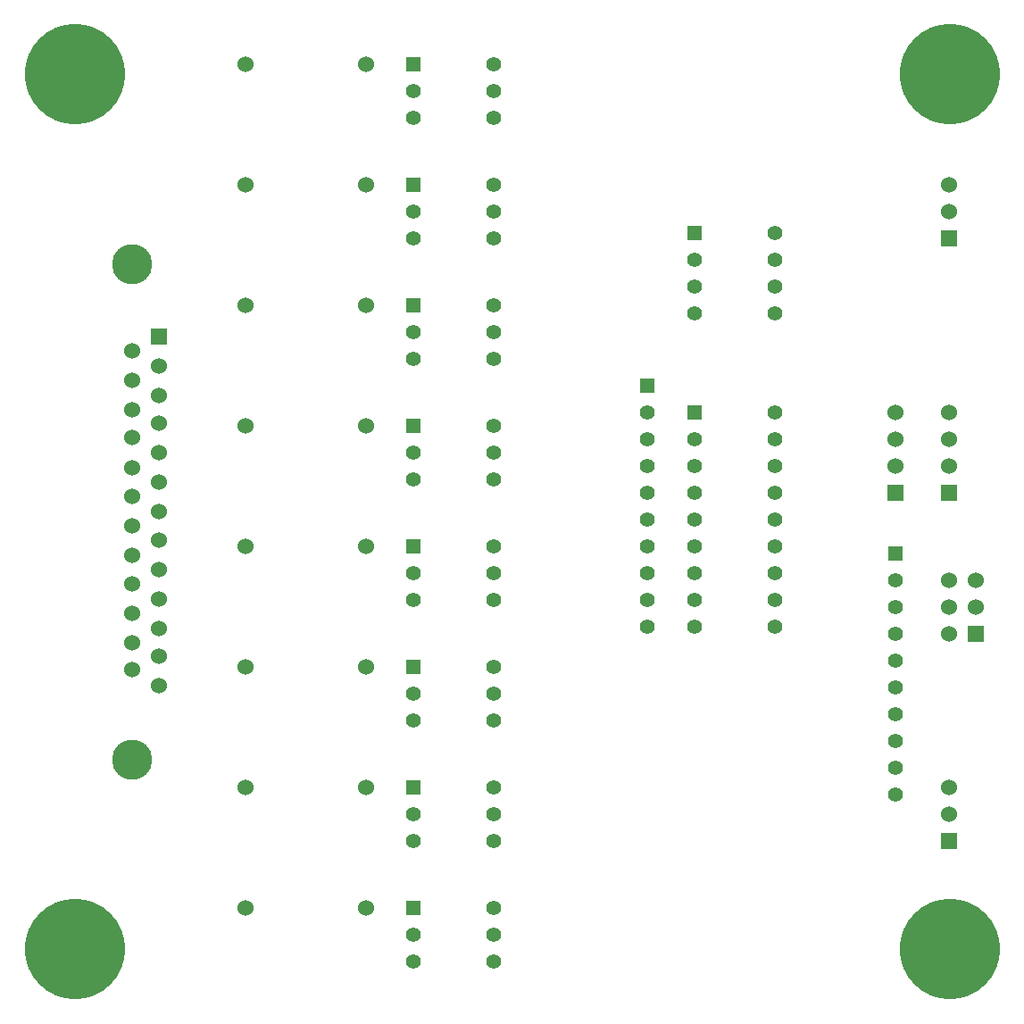
<source format=gbs>
G04 (created by PCBNEW (2013-05-31 BZR 4019)-stable) date 6/28/2014 2:57:24 PM*
%MOIN*%
G04 Gerber Fmt 3.4, Leading zero omitted, Abs format*
%FSLAX34Y34*%
G01*
G70*
G90*
G04 APERTURE LIST*
%ADD10C,0.00590551*%
%ADD11C,0.06*%
%ADD12R,0.055X0.055*%
%ADD13C,0.055*%
%ADD14C,0.15*%
%ADD15R,0.06X0.06*%
%ADD16C,0.375*%
G04 APERTURE END LIST*
G54D10*
G54D11*
X8750Y-24500D03*
X13250Y-24500D03*
X8750Y-33500D03*
X13250Y-33500D03*
X8750Y-29000D03*
X13250Y-29000D03*
X8750Y-20000D03*
X13250Y-20000D03*
X8750Y-15500D03*
X13250Y-15500D03*
X8750Y-11000D03*
X13250Y-11000D03*
X8750Y-6500D03*
X13250Y-6500D03*
X8750Y-2000D03*
X13250Y-2000D03*
G54D12*
X15000Y-2000D03*
G54D13*
X15000Y-3000D03*
X15000Y-4000D03*
X18000Y-4000D03*
X18000Y-3000D03*
X18000Y-2000D03*
G54D12*
X15000Y-33500D03*
G54D13*
X15000Y-34500D03*
X15000Y-35500D03*
X18000Y-35500D03*
X18000Y-34500D03*
X18000Y-33500D03*
G54D12*
X15000Y-29000D03*
G54D13*
X15000Y-30000D03*
X15000Y-31000D03*
X18000Y-31000D03*
X18000Y-30000D03*
X18000Y-29000D03*
G54D12*
X15000Y-24500D03*
G54D13*
X15000Y-25500D03*
X15000Y-26500D03*
X18000Y-26500D03*
X18000Y-25500D03*
X18000Y-24500D03*
G54D12*
X15000Y-20000D03*
G54D13*
X15000Y-21000D03*
X15000Y-22000D03*
X18000Y-22000D03*
X18000Y-21000D03*
X18000Y-20000D03*
G54D12*
X15000Y-15500D03*
G54D13*
X15000Y-16500D03*
X15000Y-17500D03*
X18000Y-17500D03*
X18000Y-16500D03*
X18000Y-15500D03*
G54D12*
X15000Y-11000D03*
G54D13*
X15000Y-12000D03*
X15000Y-13000D03*
X18000Y-13000D03*
X18000Y-12000D03*
X18000Y-11000D03*
G54D12*
X15000Y-6500D03*
G54D13*
X15000Y-7500D03*
X15000Y-8500D03*
X18000Y-8500D03*
X18000Y-7500D03*
X18000Y-6500D03*
G54D14*
X4500Y-9450D03*
X4500Y-27950D03*
G54D11*
X5500Y-25200D03*
X5500Y-24100D03*
X5500Y-23050D03*
X5500Y-21950D03*
X5500Y-20850D03*
X5500Y-19750D03*
X5500Y-18700D03*
X5500Y-17600D03*
X5500Y-16500D03*
X5500Y-15400D03*
X5500Y-14350D03*
X5500Y-13250D03*
G54D15*
X5500Y-12150D03*
G54D11*
X4500Y-24580D03*
X4500Y-23580D03*
X4500Y-22480D03*
X4500Y-21400D03*
X4500Y-20320D03*
X4500Y-19220D03*
X4500Y-18140D03*
X4500Y-17060D03*
X4500Y-15940D03*
X4500Y-14880D03*
X4500Y-13800D03*
X4500Y-12700D03*
G54D15*
X36000Y-23250D03*
G54D11*
X35000Y-23250D03*
X36000Y-22250D03*
X35000Y-22250D03*
X36000Y-21250D03*
X35000Y-21250D03*
G54D12*
X25500Y-15000D03*
G54D13*
X25500Y-16000D03*
X25500Y-17000D03*
X25500Y-18000D03*
X25500Y-19000D03*
X25500Y-20000D03*
X25500Y-21000D03*
X25500Y-22000D03*
X25500Y-23000D03*
X28500Y-23000D03*
X28500Y-22000D03*
X28500Y-21000D03*
X28500Y-20000D03*
X28500Y-19000D03*
X28500Y-18000D03*
X28500Y-17000D03*
X28500Y-16000D03*
X28500Y-15000D03*
G54D12*
X23750Y-14000D03*
G54D13*
X23750Y-15000D03*
X23750Y-16000D03*
X23750Y-17000D03*
X23750Y-18000D03*
X23750Y-19000D03*
X23750Y-20000D03*
X23750Y-21000D03*
X23750Y-22000D03*
X23750Y-23000D03*
G54D12*
X33000Y-20250D03*
G54D13*
X33000Y-21250D03*
X33000Y-22250D03*
X33000Y-23250D03*
X33000Y-24250D03*
X33000Y-25250D03*
X33000Y-26250D03*
X33000Y-27250D03*
X33000Y-28250D03*
X33000Y-29250D03*
G54D15*
X33000Y-18000D03*
G54D11*
X33000Y-17000D03*
X33000Y-16000D03*
X33000Y-15000D03*
G54D16*
X35039Y-35039D03*
X35039Y-2362D03*
X2362Y-35039D03*
X2362Y-2362D03*
G54D15*
X35000Y-18000D03*
G54D11*
X35000Y-17000D03*
X35000Y-16000D03*
X35000Y-15000D03*
G54D15*
X35000Y-31000D03*
G54D11*
X35000Y-30000D03*
X35000Y-29000D03*
G54D15*
X35000Y-8500D03*
G54D11*
X35000Y-7500D03*
X35000Y-6500D03*
G54D12*
X25500Y-8300D03*
G54D13*
X25500Y-9300D03*
X25500Y-10300D03*
X25500Y-11300D03*
X28500Y-11300D03*
X28500Y-10300D03*
X28500Y-9300D03*
X28500Y-8300D03*
M02*

</source>
